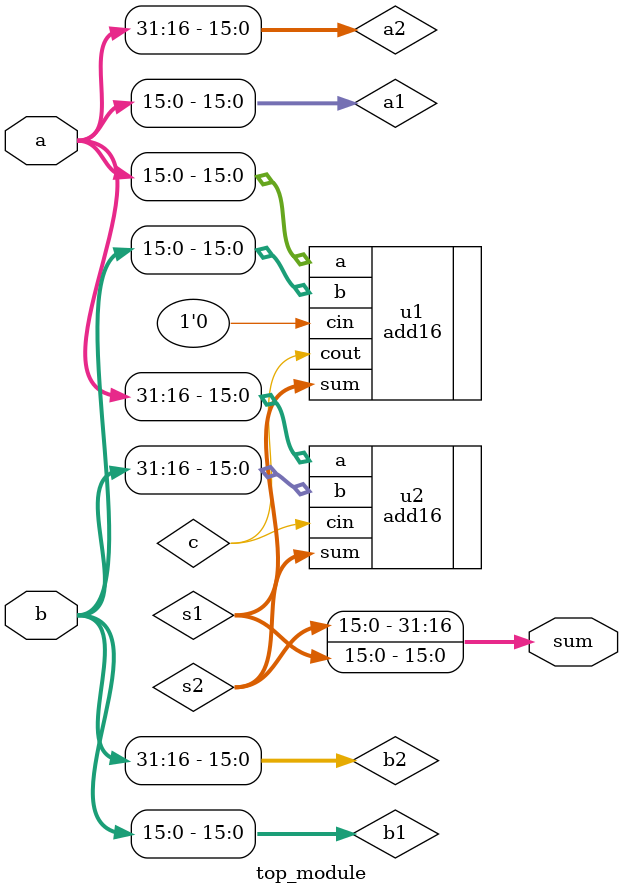
<source format=v>
module top_module(
    input [31:0] a,
    input [31:0] b,
    output [31:0] sum
);
    
	wire c;
    wire [15:0]s1, s2,a1, a2, b1, b2;
    
    assign  a1 = a[15:0],
        a2 = a[31:16],
        b1 = b[15:0],
        b2 = b[31:16];
    
    add16 u1 (.a(a1), .b(b1), .cin(1'b0), .sum(s1), .cout(c));
    add16 u2 (.a(a2), .b(b2), .cin(c), .sum(s2));
    
    assign sum = {s2,s1};
    
endmodule
</source>
